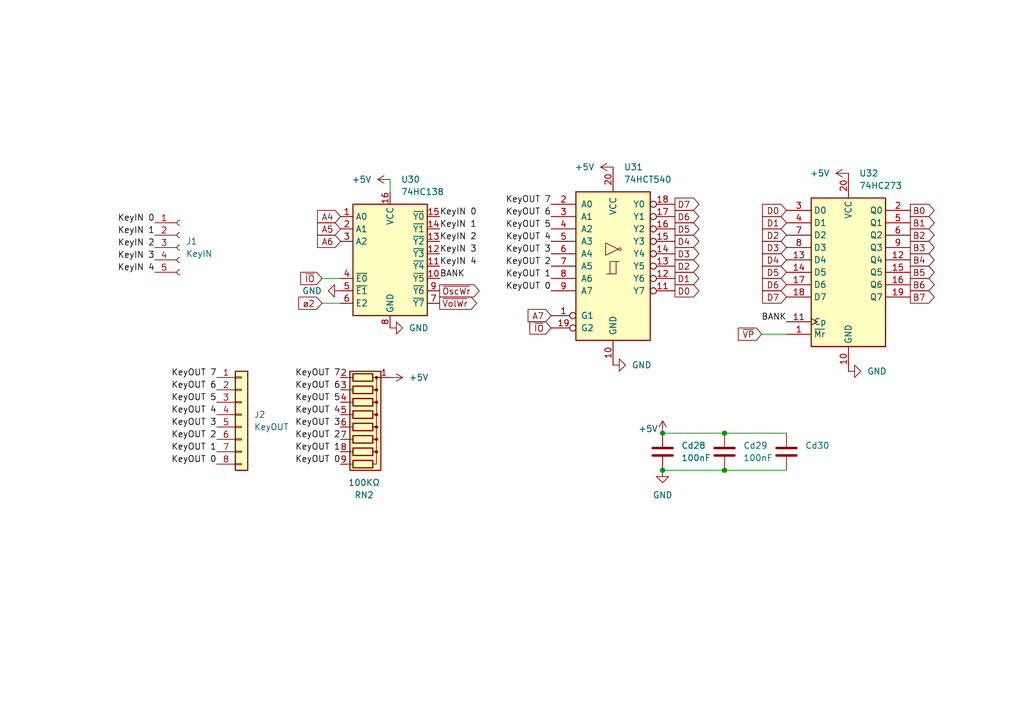
<source format=kicad_sch>
(kicad_sch (version 20230121) (generator eeschema)
  (paper "A5")
  (title_block (title "I/O"))
  (lib_symbols
    (symbol "74xx:74AHC273"
      (property "Reference" "U" (at -7.62 16.51 0))
      (property "Value" "74AHC273" (at -7.62 -16.51 0))
      (symbol "74AHC273_1_0"
        (pin input line (at -12.7 -12.7 0) (length 5.08) (name "~{Mr}") (number "1"))
        (pin power_in line (at 0 -20.32 90) (length 5.08) (name "GND") (number "10"))
        (pin input clock (at -12.7 -10.16 0) (length 5.08) (name "Cp") (number "11"))
        (pin output line (at 12.7 2.54 180) (length 5.08) (name "Q4") (number "12"))
        (pin input line (at -12.7 2.54 0) (length 5.08) (name "D4") (number "13"))
        (pin input line (at -12.7 0 0) (length 5.08) (name "D5") (number "14"))
        (pin output line (at 12.7 0 180) (length 5.08) (name "Q5") (number "15"))
        (pin output line (at 12.7 -2.54 180) (length 5.08) (name "Q6") (number "16"))
        (pin input line (at -12.7 -2.54 0) (length 5.08) (name "D6") (number "17"))
        (pin input line (at -12.7 -5.08 0) (length 5.08) (name "D7") (number "18"))
        (pin output line (at 12.7 -5.08 180) (length 5.08) (name "Q7") (number "19"))
        (pin output line (at 12.7 12.7 180) (length 5.08) (name "Q0") (number "2"))
        (pin power_in line (at 0 20.32 270) (length 5.08) (name "VCC") (number "20"))
        (pin input line (at -12.7 12.7 0) (length 5.08) (name "D0") (number "3"))
        (pin input line (at -12.7 10.16 0) (length 5.08) (name "D1") (number "4"))
        (pin output line (at 12.7 10.16 180) (length 5.08) (name "Q1") (number "5"))
        (pin output line (at 12.7 7.62 180) (length 5.08) (name "Q2") (number "6"))
        (pin input line (at -12.7 7.62 0) (length 5.08) (name "D2") (number "7"))
        (pin input line (at -12.7 5.08 0) (length 5.08) (name "D3") (number "8"))
        (pin output line (at 12.7 5.08 180) (length 5.08) (name "Q3") (number "9"))
      )
      (symbol "74AHC273_1_1"
        (rectangle (start -7.62 15.24) (end 7.62 -15.24) (stroke (width 0.254)) (fill (type background)))
      )
    )
    (symbol "74xx:74HC138"
      (property "Reference" "U" (at -7.62 13.97 0))
      (property "Value" "74HC138" (at 2.54 -11.43 0))
      (symbol "74HC138_0_1"
        (rectangle (start -7.62 12.7) (end 7.62 -10.16) (stroke (width 0.254)) (fill (type background)))
      )
      (symbol "74HC138_1_1"
        (pin input line (at -10.16 10.16 0) (length 2.54) (name "A0") (number "1"))
        (pin output line (at 10.16 -2.54 180) (length 2.54) (name "~{Y5}") (number "10"))
        (pin output line (at 10.16 0 180) (length 2.54) (name "~{Y4}") (number "11"))
        (pin output line (at 10.16 2.54 180) (length 2.54) (name "~{Y3}") (number "12"))
        (pin output line (at 10.16 5.08 180) (length 2.54) (name "~{Y2}") (number "13"))
        (pin output line (at 10.16 7.62 180) (length 2.54) (name "~{Y1}") (number "14"))
        (pin output line (at 10.16 10.16 180) (length 2.54) (name "~{Y0}") (number "15"))
        (pin power_in line (at 0 15.24 270) (length 2.54) (name "VCC") (number "16"))
        (pin input line (at -10.16 7.62 0) (length 2.54) (name "A1") (number "2"))
        (pin input line (at -10.16 5.08 0) (length 2.54) (name "A2") (number "3"))
        (pin input line (at -10.16 -2.54 0) (length 2.54) (name "~{E0}") (number "4"))
        (pin input line (at -10.16 -5.08 0) (length 2.54) (name "~{E1}") (number "5"))
        (pin input line (at -10.16 -7.62 0) (length 2.54) (name "E2") (number "6"))
        (pin output line (at 10.16 -7.62 180) (length 2.54) (name "~{Y7}") (number "7"))
        (pin power_in line (at 0 -12.7 90) (length 2.54) (name "GND") (number "8"))
        (pin output line (at 10.16 -5.08 180) (length 2.54) (name "~{Y6}") (number "9"))
      )
    )
    (symbol "74xx:74LS540" (pin_names (offset 1.016))
      (property "Reference" "U" (at -7.62 16.51 0))
      (property "Value" "74LS540" (at -7.62 -16.51 0))
      (symbol "74LS540_1_0"
        (polyline (pts (xy -0.635 -1.6002) (xy -0.635 0.9398) (xy 0.635 0.9398)))
        (polyline (pts (xy -1.27 -1.6002) (xy 0.635 -1.6002) (xy 0.635 0.9398) (xy 1.27 0.9398)))
        (polyline (pts (xy 1.016 3.4798) (xy -1.524 4.7498) (xy -1.524 2.2098) (xy 1.016 3.4798)) (stroke (width 0.1524)))
        (circle (center 1.397 3.4798) (radius 0.254) (stroke (width 0.1524)))
        (pin input inverted (at -12.7 -10.16 0) (length 5.08) (name "G1") (number "1"))
        (pin power_in line (at 0 -20.32 90) (length 5.08) (name "GND") (number "10"))
        (pin tri_state inverted (at 12.7 -5.08 180) (length 5.08) (name "Y7") (number "11"))
        (pin tri_state inverted (at 12.7 -2.54 180) (length 5.08) (name "Y6") (number "12"))
        (pin tri_state inverted (at 12.7 0 180) (length 5.08) (name "Y5") (number "13"))
        (pin tri_state inverted (at 12.7 2.54 180) (length 5.08) (name "Y4") (number "14"))
        (pin tri_state inverted (at 12.7 5.08 180) (length 5.08) (name "Y3") (number "15"))
        (pin tri_state inverted (at 12.7 7.62 180) (length 5.08) (name "Y2") (number "16"))
        (pin tri_state inverted (at 12.7 10.16 180) (length 5.08) (name "Y1") (number "17"))
        (pin tri_state inverted (at 12.7 12.7 180) (length 5.08) (name "Y0") (number "18"))
        (pin input inverted (at -12.7 -12.7 0) (length 5.08) (name "G2") (number "19"))
        (pin input line (at -12.7 12.7 0) (length 5.08) (name "A0") (number "2"))
        (pin power_in line (at 0 20.32 270) (length 5.08) (name "VCC") (number "20"))
        (pin input line (at -12.7 10.16 0) (length 5.08) (name "A1") (number "3"))
        (pin input line (at -12.7 7.62 0) (length 5.08) (name "A2") (number "4"))
        (pin input line (at -12.7 5.08 0) (length 5.08) (name "A3") (number "5"))
        (pin input line (at -12.7 2.54 0) (length 5.08) (name "A4") (number "6"))
        (pin input line (at -12.7 0 0) (length 5.08) (name "A5") (number "7"))
        (pin input line (at -12.7 -2.54 0) (length 5.08) (name "A6") (number "8"))
        (pin input line (at -12.7 -5.08 0) (length 5.08) (name "A7") (number "9"))
      )
      (symbol "74LS540_1_1"
        (rectangle (start -7.62 15.24) (end 7.62 -15.24) (stroke (width 0.254)) (fill (type background)))
      )
    )
    (symbol "Connector:Conn_01x05_Socket" (pin_names (offset 1.016) hide)
      (property "Reference" "J" (at 0 7.62 0))
      (property "Value" "Conn_01x05_Socket" (at 0 -7.62 0))
      (symbol "Conn_01x05_Socket_1_1"
        (arc (start 0 -4.572) (mid -0.5058 -5.08) (end 0 -5.588) (stroke (width 0.1524)))
        (arc (start 0 -2.032) (mid -0.5058 -2.54) (end 0 -3.048) (stroke (width 0.1524)))
        (polyline (pts (xy -1.27 -5.08) (xy -0.508 -5.08)) (stroke (width 0.1524)))
        (polyline (pts (xy -1.27 -2.54) (xy -0.508 -2.54)) (stroke (width 0.1524)))
        (polyline (pts (xy -1.27 0) (xy -0.508 0)) (stroke (width 0.1524)))
        (polyline (pts (xy -1.27 2.54) (xy -0.508 2.54)) (stroke (width 0.1524)))
        (polyline (pts (xy -1.27 5.08) (xy -0.508 5.08)) (stroke (width 0.1524)))
        (arc (start 0 0.508) (mid -0.5058 0) (end 0 -0.508) (stroke (width 0.1524)))
        (arc (start 0 3.048) (mid -0.5058 2.54) (end 0 2.032) (stroke (width 0.1524)))
        (arc (start 0 5.588) (mid -0.5058 5.08) (end 0 4.572) (stroke (width 0.1524)))
        (pin passive line (at -5.08 5.08 0) (length 3.81) (name "Pin_1") (number "1"))
        (pin passive line (at -5.08 2.54 0) (length 3.81) (name "Pin_2") (number "2"))
        (pin passive line (at -5.08 0 0) (length 3.81) (name "Pin_3") (number "3"))
        (pin passive line (at -5.08 -2.54 0) (length 3.81) (name "Pin_4") (number "4"))
        (pin passive line (at -5.08 -5.08 0) (length 3.81) (name "Pin_5") (number "5"))
      )
    )
    (symbol "Connector_Generic:Conn_01x08" (pin_names (offset 1.016) hide)
      (property "Reference" "J" (at 0 10.16 0))
      (property "Value" "Conn_01x08" (at 0 -12.7 0))
      (symbol "Conn_01x08_1_1"
        (rectangle (start -1.27 -10.033) (end 0 -10.287) (stroke (width 0.1524)))
        (rectangle (start -1.27 -7.493) (end 0 -7.747) (stroke (width 0.1524)))
        (rectangle (start -1.27 -4.953) (end 0 -5.207) (stroke (width 0.1524)))
        (rectangle (start -1.27 -2.413) (end 0 -2.667) (stroke (width 0.1524)))
        (rectangle (start -1.27 0.127) (end 0 -0.127) (stroke (width 0.1524)))
        (rectangle (start -1.27 2.667) (end 0 2.413) (stroke (width 0.1524)))
        (rectangle (start -1.27 5.207) (end 0 4.953) (stroke (width 0.1524)))
        (rectangle (start -1.27 7.747) (end 0 7.493) (stroke (width 0.1524)))
        (rectangle (start -1.27 8.89) (end 1.27 -11.43) (stroke (width 0.254)) (fill (type background)))
        (pin passive line (at -5.08 7.62 0) (length 3.81) (name "Pin_1") (number "1"))
        (pin passive line (at -5.08 5.08 0) (length 3.81) (name "Pin_2") (number "2"))
        (pin passive line (at -5.08 2.54 0) (length 3.81) (name "Pin_3") (number "3"))
        (pin passive line (at -5.08 0 0) (length 3.81) (name "Pin_4") (number "4"))
        (pin passive line (at -5.08 -2.54 0) (length 3.81) (name "Pin_5") (number "5"))
        (pin passive line (at -5.08 -5.08 0) (length 3.81) (name "Pin_6") (number "6"))
        (pin passive line (at -5.08 -7.62 0) (length 3.81) (name "Pin_7") (number "7"))
        (pin passive line (at -5.08 -10.16 0) (length 3.81) (name "Pin_8") (number "8"))
      )
    )
    (symbol "Device:C" (pin_numbers hide) (pin_names (offset 0.254))
      (property "Reference" "C" (at 0.635 2.54 0))
      (property "Value" "C" (at 0.635 -2.54 0))
      (symbol "C_0_1"
        (polyline (pts (xy -2.032 -0.762) (xy 2.032 -0.762)) (stroke (width 0.508)))
        (polyline (pts (xy -2.032 0.762) (xy 2.032 0.762)) (stroke (width 0.508)))
      )
      (symbol "C_1_1"
        (pin passive line (at 0 3.81 270) (length 2.794) (name "~") (number "1"))
        (pin passive line (at 0 -3.81 90) (length 2.794) (name "~") (number "2"))
      )
    )
    (symbol "Device:R_Network08" (pin_names (offset 0) hide)
      (property "Reference" "RN" (at -12.7 0 90))
      (property "Value" "R_Network08" (at 10.16 0 90))
      (symbol "R_Network08_0_1"
        (rectangle (start -11.43 -3.175) (end 8.89 3.175) (stroke (width 0.254)) (fill (type background)))
        (rectangle (start -10.922 1.524) (end -9.398 -2.54) (stroke (width 0.254)))
        (circle (center -10.16 2.286) (radius 0.254) (fill (type outline)))
        (rectangle (start -8.382 1.524) (end -6.858 -2.54) (stroke (width 0.254)))
        (circle (center -7.62 2.286) (radius 0.254) (fill (type outline)))
        (rectangle (start -5.842 1.524) (end -4.318 -2.54) (stroke (width 0.254)))
        (circle (center -5.08 2.286) (radius 0.254) (fill (type outline)))
        (rectangle (start -3.302 1.524) (end -1.778 -2.54) (stroke (width 0.254)))
        (circle (center -2.54 2.286) (radius 0.254) (fill (type outline)))
        (rectangle (start -0.762 1.524) (end 0.762 -2.54) (stroke (width 0.254)))
        (polyline (pts (xy -10.16 -2.54) (xy -10.16 -3.81)))
        (polyline (pts (xy -7.62 -2.54) (xy -7.62 -3.81)))
        (polyline (pts (xy -5.08 -2.54) (xy -5.08 -3.81)))
        (polyline (pts (xy -2.54 -2.54) (xy -2.54 -3.81)))
        (polyline (pts (xy 0 -2.54) (xy 0 -3.81)))
        (polyline (pts (xy 2.54 -2.54) (xy 2.54 -3.81)))
        (polyline (pts (xy 5.08 -2.54) (xy 5.08 -3.81)))
        (polyline (pts (xy 7.62 -2.54) (xy 7.62 -3.81)))
        (polyline (pts (xy -10.16 1.524) (xy -10.16 2.286) (xy -7.62 2.286) (xy -7.62 1.524)))
        (polyline (pts (xy -7.62 1.524) (xy -7.62 2.286) (xy -5.08 2.286) (xy -5.08 1.524)))
        (polyline (pts (xy -5.08 1.524) (xy -5.08 2.286) (xy -2.54 2.286) (xy -2.54 1.524)))
        (polyline (pts (xy -2.54 1.524) (xy -2.54 2.286) (xy 0 2.286) (xy 0 1.524)))
        (polyline (pts (xy 0 1.524) (xy 0 2.286) (xy 2.54 2.286) (xy 2.54 1.524)))
        (polyline (pts (xy 2.54 1.524) (xy 2.54 2.286) (xy 5.08 2.286) (xy 5.08 1.524)))
        (polyline (pts (xy 5.08 1.524) (xy 5.08 2.286) (xy 7.62 2.286) (xy 7.62 1.524)))
        (circle (center 0 2.286) (radius 0.254) (fill (type outline)))
        (rectangle (start 1.778 1.524) (end 3.302 -2.54) (stroke (width 0.254)))
        (circle (center 2.54 2.286) (radius 0.254) (fill (type outline)))
        (rectangle (start 4.318 1.524) (end 5.842 -2.54) (stroke (width 0.254)))
        (circle (center 5.08 2.286) (radius 0.254) (fill (type outline)))
        (rectangle (start 6.858 1.524) (end 8.382 -2.54) (stroke (width 0.254)))
      )
      (symbol "R_Network08_1_1"
        (pin passive line (at -10.16 5.08 270) (length 2.54) (name "common") (number "1"))
        (pin passive line (at -10.16 -5.08 90) (length 1.27) (name "R1") (number "2"))
        (pin passive line (at -7.62 -5.08 90) (length 1.27) (name "R2") (number "3"))
        (pin passive line (at -5.08 -5.08 90) (length 1.27) (name "R3") (number "4"))
        (pin passive line (at -2.54 -5.08 90) (length 1.27) (name "R4") (number "5"))
        (pin passive line (at 0 -5.08 90) (length 1.27) (name "R5") (number "6"))
        (pin passive line (at 2.54 -5.08 90) (length 1.27) (name "R6") (number "7"))
        (pin passive line (at 5.08 -5.08 90) (length 1.27) (name "R7") (number "8"))
        (pin passive line (at 7.62 -5.08 90) (length 1.27) (name "R8") (number "9"))
      )
    )
    (symbol "power:+5V" (power) (pin_names (offset 0))
      (property "Value" "+5V" (at 0 3.556 0))
      (symbol "+5V_0_1"
        (polyline (pts (xy -0.762 1.27) (xy 0 2.54)))
        (polyline (pts (xy 0 0) (xy 0 2.54)))
        (polyline (pts (xy 0 2.54) (xy 0.762 1.27)))
      )
      (symbol "+5V_1_1"
        (pin power_in line (at 0 0 90) (length 0) hide (name "+5V") (number "1"))
      )
    )
    (symbol "power:GND" (power) (pin_names (offset 0))
      (property "Value" "GND" (at 0 -3.81 0))
      (symbol "GND_0_1"
        (polyline (pts (xy 0 0) (xy 0 -1.27) (xy 1.27 -1.27) (xy 0 -2.54) (xy -1.27 -1.27) (xy 0 -1.27)))
      )
      (symbol "GND_1_1"
        (pin power_in line (at 0 0 270) (length 0) hide (name "GND") (number "1"))
      )
    )
  )
  (junction (at 148.59 88.9))
  (junction (at 135.89 96.52))
  (junction (at 135.89 88.9))
  (junction (at 148.59 96.52))
  (wire (pts (xy 80.01 36.83) (xy 80.01 39.37)))
  (wire (pts (xy 135.89 96.52) (xy 148.59 96.52)))
  (wire (pts (xy 148.59 88.9) (xy 161.29 88.9)))
  (wire (pts (xy 66.04 57.15) (xy 69.85 57.15)))
  (wire (pts (xy 66.04 62.23) (xy 69.85 62.23)))
  (wire (pts (xy 156.21 68.58) (xy 161.29 68.58)))
  (wire (pts (xy 148.59 96.52) (xy 161.29 96.52)))
  (wire (pts (xy 135.89 88.9) (xy 148.59 88.9)))
  (label "KeyOUT 2" (at 69.85 90.17 180))
  (label "KeyIN 1" (at 31.75 48.26 180))
  (label "KeyIN 3" (at 31.75 53.34 180))
  (label "KeyIN 4" (at 31.75 55.88 180))
  (label "KeyIN 3" (at 90.17 52.07 0))
  (label "KeyIN 4" (at 90.17 54.61 0))
  (label "KeyOUT 7" (at 69.85 77.47 180))
  (label "KeyOUT 0" (at 113.03 59.69 180))
  (label "KeyIN 2" (at 90.17 49.53 0))
  (label "KeyOUT 2" (at 113.03 54.61 180))
  (label "KeyOUT 1" (at 44.45 92.71 180))
  (label "KeyOUT 1" (at 113.03 57.15 180))
  (label "KeyOUT 2" (at 44.45 90.17 180))
  (label "KeyOUT 4" (at 44.45 85.09 180))
  (label "KeyOUT 3" (at 44.45 87.63 180))
  (label "KeyIN 2" (at 31.75 50.8 180))
  (label "KeyOUT 3" (at 69.85 87.63 180))
  (label "BANK" (at 90.17 57.15 0))
  (label "KeyOUT 4" (at 113.03 49.53 180))
  (label "KeyOUT 6" (at 69.85 80.01 180))
  (label "KeyOUT 5" (at 69.85 82.55 180))
  (label "KeyOUT 0" (at 69.85 95.25 180))
  (label "KeyOUT 0" (at 44.45 95.25 180))
  (label "KeyOUT 1" (at 69.85 92.71 180))
  (label "KeyOUT 4" (at 69.85 85.09 180))
  (label "KeyOUT 5" (at 113.03 46.99 180))
  (label "KeyIN 1" (at 90.17 46.99 0))
  (label "KeyOUT 6" (at 113.03 44.45 180))
  (label "KeyOUT 6" (at 44.45 80.01 180))
  (label "KeyOUT 7" (at 44.45 77.47 180))
  (label "KeyIN 0" (at 90.17 44.45 0))
  (label "KeyOUT 3" (at 113.03 52.07 180))
  (label "KeyOUT 5" (at 44.45 82.55 180))
  (label "BANK" (at 161.29 66.04 180))
  (label "KeyOUT 7" (at 113.03 41.91 180))
  (label "KeyIN 0" (at 31.75 45.72 180))
  (global_label "~{IO}" (shape input) (at 113.03 67.31 180) (property "Intersheetrefs" "${INTERSHEET_REFS}" (effects hide)))
  (global_label "ø2" (shape input) (at 66.04 62.23 180) (property "Intersheetrefs" "${INTERSHEET_REFS}" (effects hide)))
  (global_label "D1" (shape input) (at 161.29 45.72 180) (property "Intersheetrefs" "${INTERSHEET_REFS}" (effects hide)))
  (global_label "D0" (shape input) (at 161.29 43.18 180) (property "Intersheetrefs" "${INTERSHEET_REFS}" (effects hide)))
  (global_label "D3" (shape input) (at 161.29 50.8 180) (property "Intersheetrefs" "${INTERSHEET_REFS}" (effects hide)))
  (global_label "D6" (shape input) (at 161.29 58.42 180) (property "Intersheetrefs" "${INTERSHEET_REFS}" (effects hide)))
  (global_label "A7" (shape input) (at 113.03 64.77 180) (property "Intersheetrefs" "${INTERSHEET_REFS}" (effects hide)))
  (global_label "D2" (shape input) (at 161.29 48.26 180) (property "Intersheetrefs" "${INTERSHEET_REFS}" (effects hide)))
  (global_label "~{IO}" (shape input) (at 66.04 57.15 180) (property "Intersheetrefs" "${INTERSHEET_REFS}" (effects hide)))
  (global_label "D5" (shape input) (at 161.29 55.88 180) (property "Intersheetrefs" "${INTERSHEET_REFS}" (effects hide)))
  (global_label "B3" (shape output) (at 186.69 50.8 0) (property "Intersheetrefs" "${INTERSHEET_REFS}" (effects hide)))
  (global_label "B2" (shape output) (at 186.69 48.26 0) (property "Intersheetrefs" "${INTERSHEET_REFS}" (effects hide)))
  (global_label "B4" (shape output) (at 186.69 53.34 0) (property "Intersheetrefs" "${INTERSHEET_REFS}" (effects hide)))
  (global_label "B7" (shape output) (at 186.69 60.96 0) (property "Intersheetrefs" "${INTERSHEET_REFS}" (effects hide)))
  (global_label "D7" (shape output) (at 138.43 41.91 0) (property "Intersheetrefs" "${INTERSHEET_REFS}" (effects hide)))
  (global_label "B6" (shape output) (at 186.69 58.42 0) (property "Intersheetrefs" "${INTERSHEET_REFS}" (effects hide)))
  (global_label "D6" (shape output) (at 138.43 44.45 0) (property "Intersheetrefs" "${INTERSHEET_REFS}" (effects hide)))
  (global_label "A6" (shape input) (at 69.85 49.53 180) (property "Intersheetrefs" "${INTERSHEET_REFS}" (effects hide)))
  (global_label "D5" (shape output) (at 138.43 46.99 0) (property "Intersheetrefs" "${INTERSHEET_REFS}" (effects hide)))
  (global_label "D4" (shape output) (at 138.43 49.53 0) (property "Intersheetrefs" "${INTERSHEET_REFS}" (effects hide)))
  (global_label "D2" (shape output) (at 138.43 54.61 0) (property "Intersheetrefs" "${INTERSHEET_REFS}" (effects hide)))
  (global_label "D3" (shape output) (at 138.43 52.07 0) (property "Intersheetrefs" "${INTERSHEET_REFS}" (effects hide)))
  (global_label "A5" (shape input) (at 69.85 46.99 180) (property "Intersheetrefs" "${INTERSHEET_REFS}" (effects hide)))
  (global_label "B5" (shape output) (at 186.69 55.88 0) (property "Intersheetrefs" "${INTERSHEET_REFS}" (effects hide)))
  (global_label "B0" (shape output) (at 186.69 43.18 0) (property "Intersheetrefs" "${INTERSHEET_REFS}" (effects hide)))
  (global_label "~{VolWr}" (shape output) (at 90.17 62.23 0) (property "Intersheetrefs" "${INTERSHEET_REFS}" (effects hide)))
  (global_label "B1" (shape output) (at 186.69 45.72 0) (property "Intersheetrefs" "${INTERSHEET_REFS}" (effects hide)))
  (global_label "~{OscWr}" (shape output) (at 90.17 59.69 0) (property "Intersheetrefs" "${INTERSHEET_REFS}" (effects hide)))
  (global_label "D4" (shape input) (at 161.29 53.34 180) (property "Intersheetrefs" "${INTERSHEET_REFS}" (effects hide)))
  (global_label "~{VP}" (shape input) (at 156.21 68.58 180) (property "Intersheetrefs" "${INTERSHEET_REFS}" (effects hide)))
  (global_label "A4" (shape input) (at 69.85 44.45 180) (property "Intersheetrefs" "${INTERSHEET_REFS}" (effects hide)))
  (global_label "D0" (shape output) (at 138.43 59.69 0) (property "Intersheetrefs" "${INTERSHEET_REFS}" (effects hide)))
  (global_label "D7" (shape input) (at 161.29 60.96 180) (property "Intersheetrefs" "${INTERSHEET_REFS}" (effects hide)))
  (global_label "D1" (shape output) (at 138.43 57.15 0) (property "Intersheetrefs" "${INTERSHEET_REFS}" (effects hide)))
  (symbol (lib_id "power:GND") (at 69.85 59.69 270) (unit 1)
    (property "Reference" "#PWR0130" (effects hide))
    (property "Value" "GND" (at 66.04 59.69 90) (effects (justify right)))
  )
  (symbol (lib_id "74xx:74LS540") (at 125.73 54.61 0) (unit 1)
    (property "Reference" "U31" (at 127.9241 34.29 0) (effects (justify left)))
    (property "Value" "74HCT540" (at 127.9241 36.83 0) (effects (justify left)))
    (property "Footprint" "PCM_Package_DIP_AKL:DIP-20_W7.62mm_Socket_LongPads" (effects hide))
    (property "Datasheet" "http://www.ti.com/lit/gpn/sn74LS540" (effects hide))
  )
  (symbol (lib_id "power:GND") (at 135.89 96.52 0) (unit 1)
    (property "Reference" "#PWR0138" (effects hide))
    (property "Value" "GND" (at 135.89 101.6 0))
  )
  (symbol (lib_id "power:+5V") (at 80.01 77.47 270) (unit 1)
    (property "Reference" "#PWR0134" (effects hide))
    (property "Value" "+5V" (at 83.82 77.47 90) (effects (justify left)))
  )
  (symbol (lib_id "power:GND") (at 173.99 76.2 90) (unit 1)
    (property "Reference" "#PWR0140" (effects hide))
    (property "Value" "GND" (at 177.8 76.2 90) (effects (justify right)))
  )
  (symbol (lib_id "power:+5V") (at 173.99 35.56 90) (unit 1)
    (property "Reference" "#PWR0139" (effects hide))
    (property "Value" "+5V" (at 170.18 35.56 90) (effects (justify left)))
  )
  (symbol (lib_id "Device:C") (at 161.29 92.71 0) (unit 1)
    (property "Reference" "Cd30" (at 165.1 91.44 0) (effects (justify left)))
    (property "Value" "100nF" (effects hide))
    (property "Footprint" "Capacitor_THT:C_Disc_D3.0mm_W2.0mm_P2.50mm" (effects hide))
  )
  (symbol (lib_id "power:+5V") (at 135.89 88.9 0) (unit 1)
    (property "Reference" "#PWR0137" (effects hide))
    (property "Value" "+5V" (at 132.9051 88.0061 0))
  )
  (symbol (lib_id "Device:C") (at 148.59 92.71 0) (unit 1)
    (property "Reference" "Cd29" (at 152.4 91.44 0) (effects (justify left)))
    (property "Value" "100nF" (at 152.4 93.98 0) (effects (justify left)))
    (property "Footprint" "Capacitor_THT:C_Disc_D3.0mm_W2.0mm_P2.50mm" (effects hide))
  )
  (symbol (lib_id "Device:R_Network08") (at 74.93 87.63 270) (unit 1)
    (property "Reference" "RN2" (at 74.676 101.6 90))
    (property "Value" "100KΩ" (at 74.676 99.06 90))
    (property "Footprint" "Resistor_THT:R_Array_SIP9" (effects hide))
    (property "Datasheet" "http://www.vishay.com/docs/31509/csc.pdf" (effects hide))
  )
  (symbol (lib_id "74xx:74HC138") (at 80.01 54.61 0) (unit 1)
    (property "Reference" "U30" (at 82.2041 36.83 0) (effects (justify left)))
    (property "Value" "74HC138" (at 82.2041 39.37 0) (effects (justify left)))
    (property "Footprint" "PCM_Package_DIP_AKL:DIP-16_W7.62mm_Socket_LongPads" (effects hide))
    (property "Datasheet" "http://www.ti.com/lit/ds/symlink/cd74hc238.pdf" (effects hide))
  )
  (symbol (lib_id "Connector:Conn_01x05_Socket") (at 36.83 50.8 0) (unit 1)
    (property "Reference" "J1" (at 38.1 49.53 0) (effects (justify left)))
    (property "Value" "KeyIN" (at 38.1 52.07 0) (effects (justify left)))
    (property "Footprint" "Connector_PinSocket_2.54mm:PinSocket_1x05_P2.54mm_Vertical" (effects hide))
  )
  (symbol (lib_id "power:GND") (at 80.01 67.31 90) (unit 1)
    (property "Reference" "#PWR0133" (effects hide))
    (property "Value" "GND" (at 83.82 67.31 90) (effects (justify right)))
  )
  (symbol (lib_id "74xx:74AHC273") (at 173.99 55.88 0) (unit 1)
    (property "Reference" "U32" (at 176.1841 35.56 0) (effects (justify left)))
    (property "Value" "74HC273" (at 176.1841 38.1 0) (effects (justify left)))
    (property "Footprint" "PCM_Package_DIP_AKL:DIP-20_W7.62mm_Socket_LongPads" (effects hide))
    (property "Datasheet" "https://assets.nexperia.com/documents/data-sheet/74AHC_AHCT273.pdf" (effects hide))
  )
  (symbol (lib_id "power:GND") (at 125.73 74.93 90) (unit 1)
    (property "Reference" "#PWR0136" (effects hide))
    (property "Value" "GND" (at 129.54 74.93 90) (effects (justify right)))
  )
  (symbol (lib_id "Device:C") (at 135.89 92.71 0) (unit 1)
    (property "Reference" "Cd28" (at 139.7 91.44 0) (effects (justify left)))
    (property "Value" "100nF" (at 139.7 93.98 0) (effects (justify left)))
    (property "Footprint" "Capacitor_THT:C_Disc_D3.0mm_W2.0mm_P2.50mm" (effects hide))
  )
  (symbol (lib_id "power:+5V") (at 80.01 36.83 90) (unit 1)
    (property "Reference" "#PWR0132" (effects hide))
    (property "Value" "+5V" (at 76.2 36.83 90) (effects (justify left)))
  )
  (symbol (lib_id "power:+5V") (at 125.73 34.29 90) (unit 1)
    (property "Reference" "#PWR0135" (effects hide))
    (property "Value" "+5V" (at 121.92 34.29 90) (effects (justify left)))
  )
  (symbol (lib_id "Connector_Generic:Conn_01x08") (at 49.53 85.09 0) (unit 1)
    (property "Reference" "J2" (at 52.07 85.09 0) (effects (justify left)))
    (property "Value" "KeyOUT" (at 52.07 87.63 0) (effects (justify left)))
    (property "Footprint" "Connector_PinHeader_2.54mm:PinHeader_1x08_P2.54mm_Vertical" (effects hide))
  )
)
</source>
